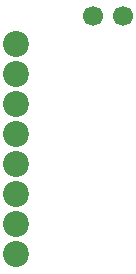
<source format=gbr>
%TF.GenerationSoftware,KiCad,Pcbnew,7.0.7-7.0.7~ubuntu22.04.1*%
%TF.CreationDate,2024-01-20T09:28:12-05:00*%
%TF.ProjectId,das_blinkenlights_v2,6461735f-626c-4696-9e6b-656e6c696768,rev?*%
%TF.SameCoordinates,Original*%
%TF.FileFunction,Soldermask,Bot*%
%TF.FilePolarity,Negative*%
%FSLAX46Y46*%
G04 Gerber Fmt 4.6, Leading zero omitted, Abs format (unit mm)*
G04 Created by KiCad (PCBNEW 7.0.7-7.0.7~ubuntu22.04.1) date 2024-01-20 09:28:12*
%MOMM*%
%LPD*%
G01*
G04 APERTURE LIST*
%ADD10C,1.700000*%
%ADD11C,2.200000*%
G04 APERTURE END LIST*
D10*
%TO.C,J2*%
X136017000Y-96647000D03*
X138557000Y-96647000D03*
%TD*%
D11*
%TO.C,J1*%
X129540000Y-99060000D03*
X129540000Y-101600000D03*
X129540000Y-104140000D03*
X129540000Y-106680000D03*
X129540000Y-109220000D03*
X129540000Y-111760000D03*
X129540000Y-114300000D03*
X129540000Y-116840000D03*
%TD*%
M02*

</source>
